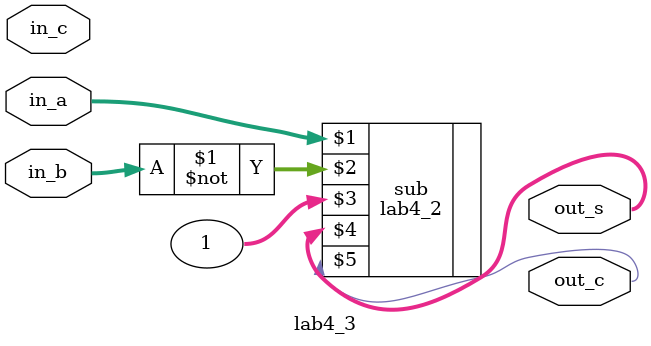
<source format=v>
/* CSED273 lab4 experiment 3 */
/* lab4_3.v */

/* Implement 5-Bit Ripple Subtractor
 * You must use lab4_2 module in lab4_2.v
 * You may use keword "assign" and bitwise operator
 * or just implement with gate-level modeling*/
module lab4_3(
    input [4:0] in_a,
    input [4:0] in_b,
    input in_c,
    output [4:0] out_s,
    output out_c
    );

    ////////////////////////
    /* Add your code here */
    lab4_2 sub(in_a,~in_b,1,out_s,out_c);
    ////////////////////////

endmodule
</source>
